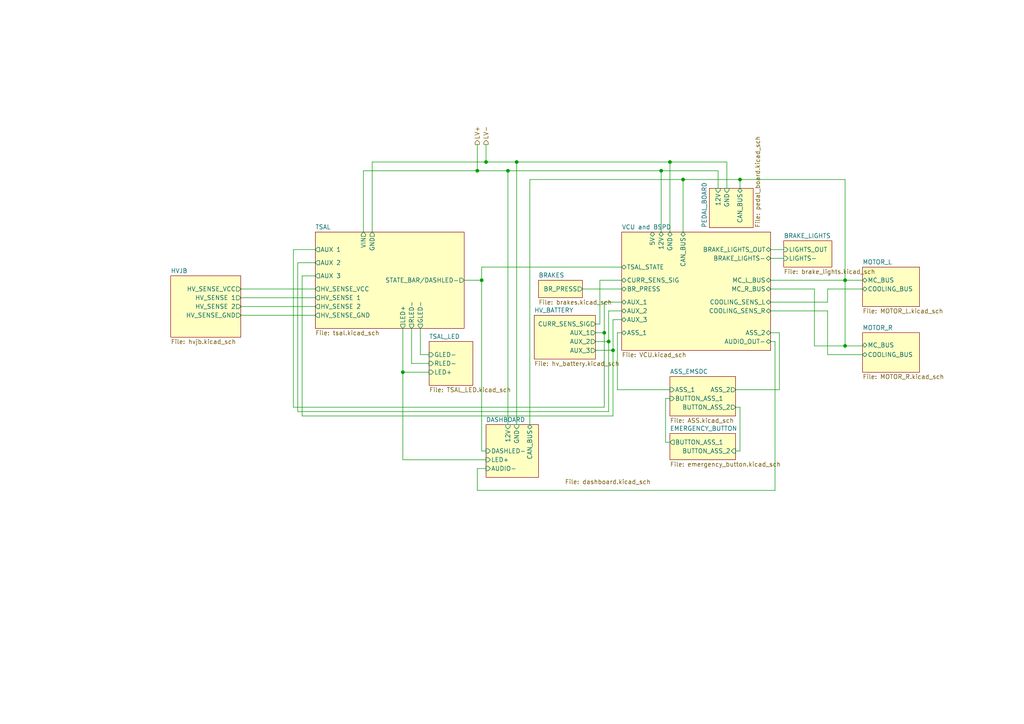
<source format=kicad_sch>
(kicad_sch (version 20211123) (generator eeschema)
  (paper "A4")
  (title_block (title "LV Subsystem interconnections") (date "2022-03-16") (rev "0.1") (company "Oxford University Racing") (comment 1 "Hugo Berg, Becky Hu, Lianfeng Shi") (comment 2 "Electronics team"))
  (lib_symbols)
  (junction (at 149.86 46.99))
  (junction (at 140.97 46.99))
  (junction (at 147.32 49.53))
  (junction (at 245.11 81.28))
  (junction (at 176.53 99.06))
  (junction (at 194.31 46.99))
  (junction (at 245.11 100.33))
  (junction (at 214.63 52.07))
  (junction (at 138.43 49.53))
  (junction (at 116.84 107.95))
  (junction (at 191.77 49.53))
  (junction (at 177.8 101.6))
  (junction (at 139.7 81.28))
  (junction (at 175.26 96.52))
  (junction (at 198.12 52.07))
  (wire (pts (xy 214.63 52.07) (xy 214.63 54.61)))
  (wire (pts (xy 240.03 83.82) (xy 250.19 83.82)))
  (wire (pts (xy 226.06 113.03) (xy 226.06 96.52)))
  (wire (pts (xy 240.03 102.87) (xy 250.19 102.87)))
  (wire (pts (xy 176.53 99.06) (xy 176.53 90.17)))
  (wire (pts (xy 138.43 135.89) (xy 138.43 142.24)))
  (wire (pts (xy 191.77 49.53) (xy 191.77 67.31)))
  (wire (pts (xy 194.31 46.99) (xy 210.82 46.99)))
  (wire (pts (xy 172.72 96.52) (xy 175.26 96.52)))
  (wire (pts (xy 177.8 101.6) (xy 177.8 120.65)))
  (wire (pts (xy 213.36 113.03) (xy 226.06 113.03)))
  (wire (pts (xy 138.43 41.91) (xy 138.43 49.53)))
  (wire (pts (xy 208.28 49.53) (xy 208.28 54.61)))
  (wire (pts (xy 69.85 91.44) (xy 91.44 91.44)))
  (wire (pts (xy 236.22 83.82) (xy 236.22 100.33)))
  (wire (pts (xy 138.43 142.24) (xy 224.79 142.24)))
  (wire (pts (xy 86.36 119.38) (xy 176.53 119.38)))
  (wire (pts (xy 179.07 96.52) (xy 179.07 113.03)))
  (wire (pts (xy 116.84 107.95) (xy 124.46 107.95)))
  (wire (pts (xy 175.26 96.52) (xy 175.26 118.11)))
  (wire (pts (xy 149.86 46.99) (xy 194.31 46.99)))
  (wire (pts (xy 180.34 81.28) (xy 173.99 81.28)))
  (wire (pts (xy 85.09 72.39) (xy 91.44 72.39)))
  (wire (pts (xy 245.11 100.33) (xy 250.19 100.33)))
  (wire (pts (xy 168.91 83.82) (xy 180.34 83.82)))
  (wire (pts (xy 191.77 49.53) (xy 208.28 49.53)))
  (wire (pts (xy 176.53 119.38) (xy 176.53 99.06)))
  (wire (pts (xy 149.86 46.99) (xy 149.86 123.19)))
  (wire (pts (xy 153.67 52.07) (xy 198.12 52.07)))
  (wire (pts (xy 140.97 46.99) (xy 149.86 46.99)))
  (wire (pts (xy 198.12 52.07) (xy 198.12 67.31)))
  (wire (pts (xy 134.62 81.28) (xy 139.7 81.28)))
  (wire (pts (xy 223.52 90.17) (xy 240.03 90.17)))
  (wire (pts (xy 87.63 120.65) (xy 87.63 80.01)))
  (wire (pts (xy 240.03 90.17) (xy 240.03 102.87)))
  (wire (pts (xy 69.85 83.82) (xy 91.44 83.82)))
  (wire (pts (xy 179.07 96.52) (xy 180.34 96.52)))
  (wire (pts (xy 210.82 46.99) (xy 210.82 54.61)))
  (wire (pts (xy 223.52 72.39) (xy 227.33 72.39)))
  (wire (pts (xy 139.7 77.47) (xy 180.34 77.47)))
  (wire (pts (xy 226.06 96.52) (xy 223.52 96.52)))
  (wire (pts (xy 69.85 86.36) (xy 91.44 86.36)))
  (wire (pts (xy 179.07 113.03) (xy 194.31 113.03)))
  (wire (pts (xy 140.97 46.99) (xy 140.97 41.91)))
  (wire (pts (xy 91.44 76.2) (xy 86.36 76.2)))
  (wire (pts (xy 193.04 115.57) (xy 193.04 128.27)))
  (wire (pts (xy 175.26 96.52) (xy 175.26 87.63)))
  (wire (pts (xy 87.63 80.01) (xy 91.44 80.01)))
  (wire (pts (xy 139.7 81.28) (xy 139.7 130.81)))
  (wire (pts (xy 107.95 46.99) (xy 107.95 67.31)))
  (wire (pts (xy 223.52 74.93) (xy 227.33 74.93)))
  (wire (pts (xy 140.97 46.99) (xy 107.95 46.99)))
  (wire (pts (xy 223.52 81.28) (xy 245.11 81.28)))
  (wire (pts (xy 147.32 49.53) (xy 191.77 49.53)))
  (wire (pts (xy 172.72 101.6) (xy 177.8 101.6)))
  (wire (pts (xy 172.72 99.06) (xy 176.53 99.06)))
  (wire (pts (xy 121.92 102.87) (xy 124.46 102.87)))
  (wire (pts (xy 139.7 130.81) (xy 140.97 130.81)))
  (wire (pts (xy 116.84 133.35) (xy 140.97 133.35)))
  (wire (pts (xy 214.63 118.11) (xy 214.63 130.81)))
  (wire (pts (xy 175.26 118.11) (xy 85.09 118.11)))
  (wire (pts (xy 153.67 52.07) (xy 153.67 123.19)))
  (wire (pts (xy 214.63 52.07) (xy 245.11 52.07)))
  (wire (pts (xy 105.41 67.31) (xy 105.41 49.53)))
  (wire (pts (xy 245.11 81.28) (xy 245.11 100.33)))
  (wire (pts (xy 213.36 118.11) (xy 214.63 118.11)))
  (wire (pts (xy 116.84 95.25) (xy 116.84 107.95)))
  (wire (pts (xy 223.52 87.63) (xy 240.03 87.63)))
  (wire (pts (xy 240.03 87.63) (xy 240.03 83.82)))
  (wire (pts (xy 193.04 128.27) (xy 194.31 128.27)))
  (wire (pts (xy 147.32 49.53) (xy 147.32 123.19)))
  (wire (pts (xy 69.85 88.9) (xy 91.44 88.9)))
  (wire (pts (xy 177.8 101.6) (xy 177.8 92.71)))
  (wire (pts (xy 173.99 93.98) (xy 172.72 93.98)))
  (wire (pts (xy 236.22 100.33) (xy 245.11 100.33)))
  (wire (pts (xy 173.99 81.28) (xy 173.99 93.98)))
  (wire (pts (xy 194.31 115.57) (xy 193.04 115.57)))
  (wire (pts (xy 223.52 99.06) (xy 224.79 99.06)))
  (wire (pts (xy 138.43 135.89) (xy 140.97 135.89)))
  (wire (pts (xy 175.26 87.63) (xy 180.34 87.63)))
  (wire (pts (xy 86.36 76.2) (xy 86.36 119.38)))
  (wire (pts (xy 119.38 95.25) (xy 119.38 105.41)))
  (wire (pts (xy 116.84 107.95) (xy 116.84 133.35)))
  (wire (pts (xy 176.53 90.17) (xy 180.34 90.17)))
  (wire (pts (xy 245.11 52.07) (xy 245.11 81.28)))
  (wire (pts (xy 138.43 49.53) (xy 147.32 49.53)))
  (wire (pts (xy 121.92 95.25) (xy 121.92 102.87)))
  (wire (pts (xy 139.7 81.28) (xy 139.7 77.47)))
  (wire (pts (xy 214.63 130.81) (xy 213.36 130.81)))
  (wire (pts (xy 223.52 83.82) (xy 236.22 83.82)))
  (wire (pts (xy 194.31 67.31) (xy 194.31 46.99)))
  (wire (pts (xy 245.11 81.28) (xy 250.19 81.28)))
  (wire (pts (xy 177.8 92.71) (xy 180.34 92.71)))
  (wire (pts (xy 105.41 49.53) (xy 138.43 49.53)))
  (wire (pts (xy 177.8 120.65) (xy 87.63 120.65)))
  (wire (pts (xy 119.38 105.41) (xy 124.46 105.41)))
  (wire (pts (xy 224.79 99.06) (xy 224.79 142.24)))
  (wire (pts (xy 85.09 118.11) (xy 85.09 72.39)))
  (wire (pts (xy 198.12 52.07) (xy 214.63 52.07)))
  (hierarchical_label "LV+" (shape output) (at 138.43 41.91 90))
  (hierarchical_label "LV-" (shape output) (at 140.97 41.91 90))
  (sheet (at 194.31 109.22) (size 19.05 11.43) (stroke (width 0.1524)) (fill (color 255 255 194 1.0000))
    (property "Sheet name" "ASS_EMSDC" (at 194.31 108.5084 0) (effects (justify left bottom)))
    (property "Sheet file" "ASS.kicad_sch" (at 194.31 121.2346 0) (effects (justify left top)))
    (pin "ASS_1" input (at 194.31 113.03 180))
    (pin "ASS_2" output (at 213.36 113.03 0))
    (pin "BUTTON_ASS_1" input (at 194.31 115.57 180))
    (pin "BUTTON_ASS_2" output (at 213.36 118.11 0))
  )
  (sheet (at 250.19 77.47) (size 16.51 11.43) (stroke (width 0.1524)) (fill (color 255 255 194 1.0000))
    (property "Sheet name" "MOTOR_L" (at 250.19 76.7584 0) (effects (justify left bottom)))
    (property "Sheet file" "MOTOR_L.kicad_sch" (at 250.19 89.4846 0) (effects (justify left top)))
    (pin "MC_BUS" tri_state (at 250.19 81.28 180))
    (pin "COOLING_BUS" tri_state (at 250.19 83.82 180))
  )
  (sheet (at 49.53 80.01) (size 20.32 17.78) (stroke (width 0.1524)) (fill (color 255 255 194 1.0000))
    (property "Sheet name" "HVJB" (at 49.53 79.2984 0) (effects (justify left bottom)))
    (property "Sheet file" "hvjb.kicad_sch" (at 49.53 98.3746 0) (effects (justify left top)))
    (pin "HV_SENSE_VCC" output (at 69.85 83.82 0))
    (pin "HV_SENSE 1" output (at 69.85 86.36 0))
    (pin "HV_SENSE 2" output (at 69.85 88.9 0))
    (pin "HV_SENSE_GND" output (at 69.85 91.44 0))
  )
  (sheet (at 250.19 96.52) (size 16.51 11.43) (stroke (width 0.1524)) (fill (color 255 255 194 1.0000))
    (property "Sheet name" "MOTOR_R" (at 250.19 95.8084 0) (effects (justify left bottom)))
    (property "Sheet file" "MOTOR_R.kicad_sch" (at 250.19 108.5346 0) (effects (justify left top)))
    (pin "COOLING_BUS" tri_state (at 250.19 102.87 180))
    (pin "MC_BUS" tri_state (at 250.19 100.1062 180))
  )
  (sheet (at 154.94 91.44) (size 17.78 12.7) (stroke (width 0.1524)) (fill (color 255 255 194 1.0000))
    (property "Sheet name" "HV_BATTERY" (at 154.94 90.7284 0) (effects (justify left bottom)))
    (property "Sheet file" "hv_battery.kicad_sch" (at 154.94 104.7246 0) (effects (justify left top)))
    (pin "CURR_SENS_SIG" output (at 172.72 93.98 0))
    (pin "AUX_1" output (at 172.72 96.52 0))
    (pin "AUX_3" output (at 172.72 101.6584 0))
    (pin "AUX_2" output (at 172.72 99.06 0))
  )
  (sheet (at 227.33 69.85) (size 13.97 7.62) (stroke (width 0.1524)) (fill (color 255 255 194 1.0000))
    (property "Sheet name" "BRAKE_LIGHTS" (at 227.33 69.1384 0) (effects (justify left bottom)))
    (property "Sheet file" "brake_lights.kicad_sch" (at 227.33 78.0546 0) (effects (justify left top)))
    (pin "LIGHTS-" input (at 227.33 74.93 180))
    (pin "LIGHTS_OUT" input (at 227.33 72.39 180))
  )
  (sheet (at 194.31 125.73) (size 19.05 7.62) (stroke (width 0.1524)) (fill (color 255 255 194 1.0000))
    (property "Sheet name" "EMERGENCY_BUTTON" (at 194.31 125.0184 0) (effects (justify left bottom)))
    (property "Sheet file" "emergency_button.kicad_sch" (at 194.31 133.9346 0) (effects (justify left top)))
    (pin "BUTTON_ASS_1" output (at 194.31 128.27 180))
    (pin "BUTTON_ASS_2" input (at 213.36 130.81 0))
  )
  (sheet (at 156.21 81.28) (size 12.7 5.08) (stroke (width 0.1524)) (fill (color 255 255 194 1.0000))
    (property "Sheet name" "BRAKES" (at 156.21 80.5684 0) (effects (justify left bottom)))
    (property "Sheet file" "brakes.kicad_sch" (at 156.21 86.9446 0) (effects (justify left top)))
    (pin "BR_PRESS" output (at 168.91 83.82 0))
  )
  (sheet (at 140.97 123.19) (size 15.24 15.24) (stroke (width 0.1524)) (fill (color 255 255 194 1.0000))
    (property "Sheet name" "DASHBOARD" (at 140.97 122.4784 0) (effects (justify left bottom)))
    (property "Sheet file" "dashboard.kicad_sch" (at 163.83 139.0146 0) (effects (justify left top)))
    (pin "LED+" input (at 140.97 133.35 180))
    (pin "GND" input (at 149.86 123.19 90))
    (pin "12V" input (at 147.32 123.19 90))
    (pin "DASHLED-" input (at 140.97 130.81 180))
    (pin "CAN_BUS" tri_state (at 153.67 123.19 90))
    (pin "AUDIO-" input (at 140.97 135.89 180))
  )
  (sheet (at 91.44 67.31) (size 43.18 27.94) (stroke (width 0.1524)) (fill (color 255 255 194 1.0000))
    (property "Sheet name" "TSAL" (at 91.44 66.5984 0) (effects (justify left bottom)))
    (property "Sheet file" "tsal.kicad_sch" (at 91.44 95.8346 0) (effects (justify left top)))
    (pin "AUX 1" output (at 91.44 72.39 180))
    (pin "AUX 3" output (at 91.44 80.01 180))
    (pin "HV_SENSE 1" output (at 91.44 86.36 180))
    (pin "AUX 2" output (at 91.44 76.2 180))
    (pin "HV_SENSE_GND" output (at 91.44 91.44 180))
    (pin "HV_SENSE 2" output (at 91.44 88.9 180))
    (pin "HV_SENSE_VCC" output (at 91.44 83.82 180))
    (pin "VIN" output (at 105.41 67.31 90))
    (pin "GND" output (at 107.95 67.31 90))
    (pin "LED+" output (at 116.84 95.25 270))
    (pin "RLED-" output (at 119.38 95.25 270))
    (pin "GLED-" output (at 121.92 95.25 270))
    (pin "STATE_BAR{slash}DASHLED-" output (at 134.62 81.28 0))
  )
  (sheet (at 180.34 67.31) (size 43.18 34.29) (stroke (width 0.1524)) (fill (color 255 255 194 1.0000))
    (property "Sheet name" "VCU and BSPD" (at 180.34 66.5984 0) (effects (justify left bottom)))
    (property "Sheet file" "VCU.kicad_sch" (at 180.34 102.1846 0) (effects (justify left top)))
    (pin "5V" bidirectional (at 189.23 67.31 90))
    (pin "GND" bidirectional (at 194.31 67.31 90))
    (pin "BRAKE_LIGHTS-" bidirectional (at 223.52 74.93 0))
    (pin "12V" bidirectional (at 191.77 67.31 90))
    (pin "BRAKE_LIGHTS_OUT" bidirectional (at 223.52 72.39 0))
    (pin "CAN_BUS" bidirectional (at 198.12 67.31 90))
    (pin "CURR_SENS_SIG" bidirectional (at 180.34 81.28 180))
    (pin "AUX_3" bidirectional (at 180.34 92.71 180))
    (pin "BR_PRESS" bidirectional (at 180.34 83.82 180))
    (pin "AUDIO_OUT-" bidirectional (at 223.52 99.06 0))
    (pin "AUX_1" bidirectional (at 180.34 87.63 180))
    (pin "AUX_2" bidirectional (at 180.34 90.17 180))
    (pin "TSAL_STATE" bidirectional (at 180.34 77.47 180))
    (pin "ASS_1" bidirectional (at 180.34 96.52 180))
    (pin "ASS_2" bidirectional (at 223.52 96.52 0))
    (pin "COOLING_SENS_L" bidirectional (at 223.52 87.63 0))
    (pin "COOLING_SENS_R" bidirectional (at 223.52 90.17 0))
    (pin "MC_L_BUS" tri_state (at 223.52 81.28 0))
    (pin "MC_R_BUS" tri_state (at 223.52 83.82 0))
  )
  (sheet (at 124.46 99.06) (size 12.7 12.7) (stroke (width 0.1524)) (fill (color 255 255 194 1.0000))
    (property "Sheet name" "TSAL_LED" (at 124.46 98.3484 0) (effects (justify left bottom)))
    (property "Sheet file" "TSAL_LED.kicad_sch" (at 124.46 112.3446 0) (effects (justify left top)))
    (pin "LED+" input (at 124.46 107.95 180))
    (pin "RLED-" input (at 124.46 105.41 180))
    (pin "GLED-" input (at 124.46 102.87 180))
  )
  (sheet (at 205.74 54.61) (size 12.7 11.43) (stroke (width 0.1524)) (fill (color 255 255 194 1.0000))
    (property "Sheet name" "PEDAL_BOARD" (at 205.0284 66.04 90) (effects (justify left bottom)))
    (property "Sheet file" "pedal_board.kicad_sch" (at 219.0246 66.04 90) (effects (justify left top)))
    (pin "GND" input (at 210.82 54.61 90))
    (pin "12V" input (at 208.28 54.61 90))
    (pin "CAN_BUS" tri_state (at 214.63 54.61 90))
  )
)
</source>
